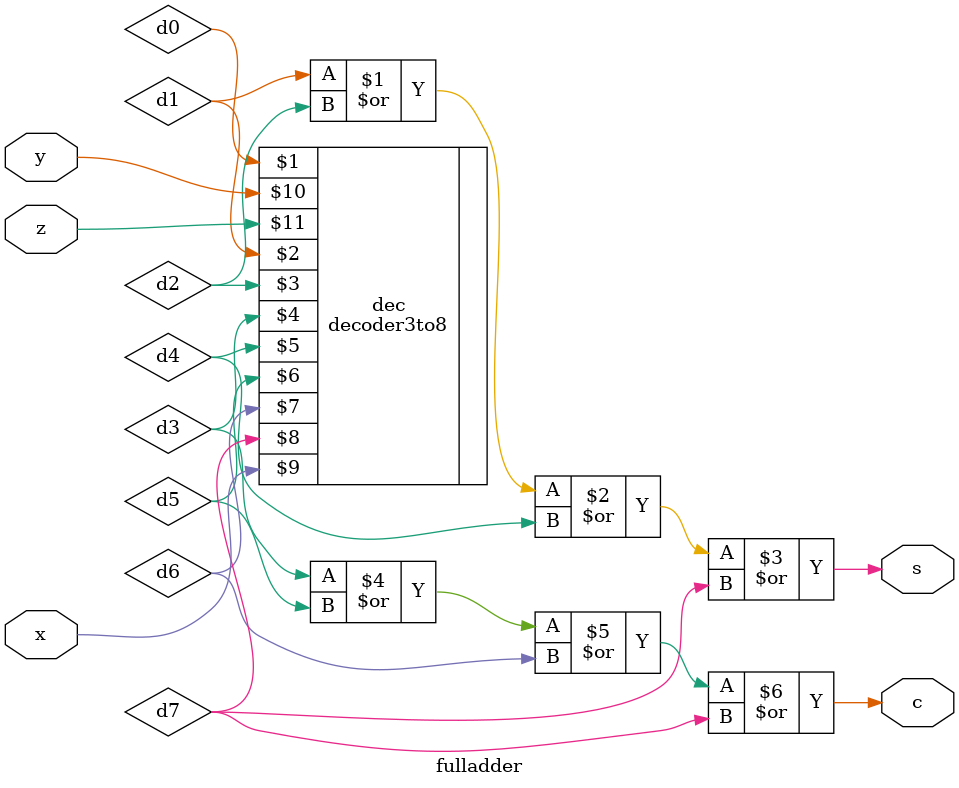
<source format=v>
module fulladder(s, c, x, y, z);
    input x, y, z;
    output s, c;

    wire d0, d1, d2, d3, d4, d5, d6, d7;

    decoder3to8 dec(d0, d1, d2, d3, d4, d5, d6, d7, x, y, z);

    or or1(s, d1, d2, d4, d7);
    or or2(c, d3, d5, d6, d7);
endmodule
</source>
